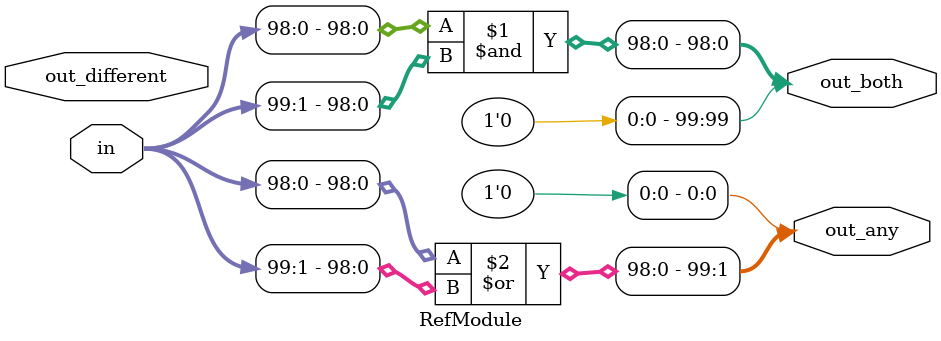
<source format=sv>

module RefModule (
  input  [99:0] in,
  output [99:0] out_both,
  output [99:0] out_any,
  input [99:0] out_different
);

  assign out_both = { 1'b0, (in[98:0] & in[99:1]) };

  assign out_any = { (in[98:0] | in[99:1]), 1'b0 };

  assign out_different = in ^ { in[0], in[99:1] };

endmodule


</source>
